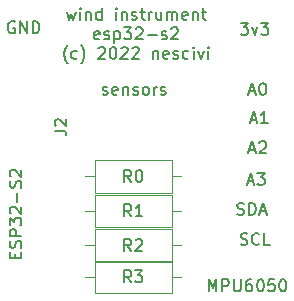
<source format=gbr>
%TF.GenerationSoftware,KiCad,Pcbnew,5.1.6-c6e7f7d~87~ubuntu18.04.1*%
%TF.CreationDate,2022-06-06T17:05:42+02:00*%
%TF.ProjectId,esp32-shield,65737033-322d-4736-9869-656c642e6b69,rev?*%
%TF.SameCoordinates,Original*%
%TF.FileFunction,Legend,Top*%
%TF.FilePolarity,Positive*%
%FSLAX46Y46*%
G04 Gerber Fmt 4.6, Leading zero omitted, Abs format (unit mm)*
G04 Created by KiCad (PCBNEW 5.1.6-c6e7f7d~87~ubuntu18.04.1) date 2022-06-06 17:05:42*
%MOMM*%
%LPD*%
G01*
G04 APERTURE LIST*
%ADD10C,0.150000*%
%ADD11C,0.120000*%
G04 APERTURE END LIST*
D10*
X68580095Y-41410000D02*
X68484857Y-41362380D01*
X68342000Y-41362380D01*
X68199142Y-41410000D01*
X68103904Y-41505238D01*
X68056285Y-41600476D01*
X68008666Y-41790952D01*
X68008666Y-41933809D01*
X68056285Y-42124285D01*
X68103904Y-42219523D01*
X68199142Y-42314761D01*
X68342000Y-42362380D01*
X68437238Y-42362380D01*
X68580095Y-42314761D01*
X68627714Y-42267142D01*
X68627714Y-41933809D01*
X68437238Y-41933809D01*
X69056285Y-42362380D02*
X69056285Y-41362380D01*
X69627714Y-42362380D01*
X69627714Y-41362380D01*
X70103904Y-42362380D02*
X70103904Y-41362380D01*
X70342000Y-41362380D01*
X70484857Y-41410000D01*
X70580095Y-41505238D01*
X70627714Y-41600476D01*
X70675333Y-41790952D01*
X70675333Y-41933809D01*
X70627714Y-42124285D01*
X70580095Y-42219523D01*
X70484857Y-42314761D01*
X70342000Y-42362380D01*
X70103904Y-42362380D01*
X87709523Y-41489380D02*
X88328571Y-41489380D01*
X87995238Y-41870333D01*
X88138095Y-41870333D01*
X88233333Y-41917952D01*
X88280952Y-41965571D01*
X88328571Y-42060809D01*
X88328571Y-42298904D01*
X88280952Y-42394142D01*
X88233333Y-42441761D01*
X88138095Y-42489380D01*
X87852380Y-42489380D01*
X87757142Y-42441761D01*
X87709523Y-42394142D01*
X88661904Y-41822714D02*
X88900000Y-42489380D01*
X89138095Y-41822714D01*
X89423809Y-41489380D02*
X90042857Y-41489380D01*
X89709523Y-41870333D01*
X89852380Y-41870333D01*
X89947619Y-41917952D01*
X89995238Y-41965571D01*
X90042857Y-42060809D01*
X90042857Y-42298904D01*
X89995238Y-42394142D01*
X89947619Y-42441761D01*
X89852380Y-42489380D01*
X89566666Y-42489380D01*
X89471428Y-42441761D01*
X89423809Y-42394142D01*
X88312714Y-54903666D02*
X88788904Y-54903666D01*
X88217476Y-55189380D02*
X88550809Y-54189380D01*
X88884142Y-55189380D01*
X89122238Y-54189380D02*
X89741285Y-54189380D01*
X89407952Y-54570333D01*
X89550809Y-54570333D01*
X89646047Y-54617952D01*
X89693666Y-54665571D01*
X89741285Y-54760809D01*
X89741285Y-54998904D01*
X89693666Y-55094142D01*
X89646047Y-55141761D01*
X89550809Y-55189380D01*
X89265095Y-55189380D01*
X89169857Y-55141761D01*
X89122238Y-55094142D01*
X88439714Y-52236666D02*
X88915904Y-52236666D01*
X88344476Y-52522380D02*
X88677809Y-51522380D01*
X89011142Y-52522380D01*
X89296857Y-51617619D02*
X89344476Y-51570000D01*
X89439714Y-51522380D01*
X89677809Y-51522380D01*
X89773047Y-51570000D01*
X89820666Y-51617619D01*
X89868285Y-51712857D01*
X89868285Y-51808095D01*
X89820666Y-51950952D01*
X89249238Y-52522380D01*
X89868285Y-52522380D01*
X88566714Y-49696666D02*
X89042904Y-49696666D01*
X88471476Y-49982380D02*
X88804809Y-48982380D01*
X89138142Y-49982380D01*
X89995285Y-49982380D02*
X89423857Y-49982380D01*
X89709571Y-49982380D02*
X89709571Y-48982380D01*
X89614333Y-49125238D01*
X89519095Y-49220476D01*
X89423857Y-49268095D01*
X88439714Y-47283666D02*
X88915904Y-47283666D01*
X88344476Y-47569380D02*
X88677809Y-46569380D01*
X89011142Y-47569380D01*
X89534952Y-46569380D02*
X89630190Y-46569380D01*
X89725428Y-46617000D01*
X89773047Y-46664619D01*
X89820666Y-46759857D01*
X89868285Y-46950333D01*
X89868285Y-47188428D01*
X89820666Y-47378904D01*
X89773047Y-47474142D01*
X89725428Y-47521761D01*
X89630190Y-47569380D01*
X89534952Y-47569380D01*
X89439714Y-47521761D01*
X89392095Y-47474142D01*
X89344476Y-47378904D01*
X89296857Y-47188428D01*
X89296857Y-46950333D01*
X89344476Y-46759857D01*
X89392095Y-46664619D01*
X89439714Y-46617000D01*
X89534952Y-46569380D01*
X87709523Y-60221761D02*
X87852380Y-60269380D01*
X88090476Y-60269380D01*
X88185714Y-60221761D01*
X88233333Y-60174142D01*
X88280952Y-60078904D01*
X88280952Y-59983666D01*
X88233333Y-59888428D01*
X88185714Y-59840809D01*
X88090476Y-59793190D01*
X87900000Y-59745571D01*
X87804761Y-59697952D01*
X87757142Y-59650333D01*
X87709523Y-59555095D01*
X87709523Y-59459857D01*
X87757142Y-59364619D01*
X87804761Y-59317000D01*
X87900000Y-59269380D01*
X88138095Y-59269380D01*
X88280952Y-59317000D01*
X89280952Y-60174142D02*
X89233333Y-60221761D01*
X89090476Y-60269380D01*
X88995238Y-60269380D01*
X88852380Y-60221761D01*
X88757142Y-60126523D01*
X88709523Y-60031285D01*
X88661904Y-59840809D01*
X88661904Y-59697952D01*
X88709523Y-59507476D01*
X88757142Y-59412238D01*
X88852380Y-59317000D01*
X88995238Y-59269380D01*
X89090476Y-59269380D01*
X89233333Y-59317000D01*
X89280952Y-59364619D01*
X90185714Y-60269380D02*
X89709523Y-60269380D01*
X89709523Y-59269380D01*
X87431714Y-57681761D02*
X87574571Y-57729380D01*
X87812666Y-57729380D01*
X87907904Y-57681761D01*
X87955523Y-57634142D01*
X88003142Y-57538904D01*
X88003142Y-57443666D01*
X87955523Y-57348428D01*
X87907904Y-57300809D01*
X87812666Y-57253190D01*
X87622190Y-57205571D01*
X87526952Y-57157952D01*
X87479333Y-57110333D01*
X87431714Y-57015095D01*
X87431714Y-56919857D01*
X87479333Y-56824619D01*
X87526952Y-56777000D01*
X87622190Y-56729380D01*
X87860285Y-56729380D01*
X88003142Y-56777000D01*
X88431714Y-57729380D02*
X88431714Y-56729380D01*
X88669809Y-56729380D01*
X88812666Y-56777000D01*
X88907904Y-56872238D01*
X88955523Y-56967476D01*
X89003142Y-57157952D01*
X89003142Y-57300809D01*
X88955523Y-57491285D01*
X88907904Y-57586523D01*
X88812666Y-57681761D01*
X88669809Y-57729380D01*
X88431714Y-57729380D01*
X89384095Y-57443666D02*
X89860285Y-57443666D01*
X89288857Y-57729380D02*
X89622190Y-56729380D01*
X89955523Y-57729380D01*
X72986047Y-40553714D02*
X73176523Y-41220380D01*
X73367000Y-40744190D01*
X73557476Y-41220380D01*
X73747952Y-40553714D01*
X74128904Y-41220380D02*
X74128904Y-40553714D01*
X74128904Y-40220380D02*
X74081285Y-40268000D01*
X74128904Y-40315619D01*
X74176523Y-40268000D01*
X74128904Y-40220380D01*
X74128904Y-40315619D01*
X74605095Y-40553714D02*
X74605095Y-41220380D01*
X74605095Y-40648952D02*
X74652714Y-40601333D01*
X74747952Y-40553714D01*
X74890809Y-40553714D01*
X74986047Y-40601333D01*
X75033666Y-40696571D01*
X75033666Y-41220380D01*
X75938428Y-41220380D02*
X75938428Y-40220380D01*
X75938428Y-41172761D02*
X75843190Y-41220380D01*
X75652714Y-41220380D01*
X75557476Y-41172761D01*
X75509857Y-41125142D01*
X75462238Y-41029904D01*
X75462238Y-40744190D01*
X75509857Y-40648952D01*
X75557476Y-40601333D01*
X75652714Y-40553714D01*
X75843190Y-40553714D01*
X75938428Y-40601333D01*
X77176523Y-41220380D02*
X77176523Y-40553714D01*
X77176523Y-40220380D02*
X77128904Y-40268000D01*
X77176523Y-40315619D01*
X77224142Y-40268000D01*
X77176523Y-40220380D01*
X77176523Y-40315619D01*
X77652714Y-40553714D02*
X77652714Y-41220380D01*
X77652714Y-40648952D02*
X77700333Y-40601333D01*
X77795571Y-40553714D01*
X77938428Y-40553714D01*
X78033666Y-40601333D01*
X78081285Y-40696571D01*
X78081285Y-41220380D01*
X78509857Y-41172761D02*
X78605095Y-41220380D01*
X78795571Y-41220380D01*
X78890809Y-41172761D01*
X78938428Y-41077523D01*
X78938428Y-41029904D01*
X78890809Y-40934666D01*
X78795571Y-40887047D01*
X78652714Y-40887047D01*
X78557476Y-40839428D01*
X78509857Y-40744190D01*
X78509857Y-40696571D01*
X78557476Y-40601333D01*
X78652714Y-40553714D01*
X78795571Y-40553714D01*
X78890809Y-40601333D01*
X79224142Y-40553714D02*
X79605095Y-40553714D01*
X79367000Y-40220380D02*
X79367000Y-41077523D01*
X79414619Y-41172761D01*
X79509857Y-41220380D01*
X79605095Y-41220380D01*
X79938428Y-41220380D02*
X79938428Y-40553714D01*
X79938428Y-40744190D02*
X79986047Y-40648952D01*
X80033666Y-40601333D01*
X80128904Y-40553714D01*
X80224142Y-40553714D01*
X80986047Y-40553714D02*
X80986047Y-41220380D01*
X80557476Y-40553714D02*
X80557476Y-41077523D01*
X80605095Y-41172761D01*
X80700333Y-41220380D01*
X80843190Y-41220380D01*
X80938428Y-41172761D01*
X80986047Y-41125142D01*
X81462238Y-41220380D02*
X81462238Y-40553714D01*
X81462238Y-40648952D02*
X81509857Y-40601333D01*
X81605095Y-40553714D01*
X81747952Y-40553714D01*
X81843190Y-40601333D01*
X81890809Y-40696571D01*
X81890809Y-41220380D01*
X81890809Y-40696571D02*
X81938428Y-40601333D01*
X82033666Y-40553714D01*
X82176523Y-40553714D01*
X82271761Y-40601333D01*
X82319380Y-40696571D01*
X82319380Y-41220380D01*
X83176523Y-41172761D02*
X83081285Y-41220380D01*
X82890809Y-41220380D01*
X82795571Y-41172761D01*
X82747952Y-41077523D01*
X82747952Y-40696571D01*
X82795571Y-40601333D01*
X82890809Y-40553714D01*
X83081285Y-40553714D01*
X83176523Y-40601333D01*
X83224142Y-40696571D01*
X83224142Y-40791809D01*
X82747952Y-40887047D01*
X83652714Y-40553714D02*
X83652714Y-41220380D01*
X83652714Y-40648952D02*
X83700333Y-40601333D01*
X83795571Y-40553714D01*
X83938428Y-40553714D01*
X84033666Y-40601333D01*
X84081285Y-40696571D01*
X84081285Y-41220380D01*
X84414619Y-40553714D02*
X84795571Y-40553714D01*
X84557476Y-40220380D02*
X84557476Y-41077523D01*
X84605095Y-41172761D01*
X84700333Y-41220380D01*
X84795571Y-41220380D01*
X75747952Y-42822761D02*
X75652714Y-42870380D01*
X75462238Y-42870380D01*
X75367000Y-42822761D01*
X75319380Y-42727523D01*
X75319380Y-42346571D01*
X75367000Y-42251333D01*
X75462238Y-42203714D01*
X75652714Y-42203714D01*
X75747952Y-42251333D01*
X75795571Y-42346571D01*
X75795571Y-42441809D01*
X75319380Y-42537047D01*
X76176523Y-42822761D02*
X76271761Y-42870380D01*
X76462238Y-42870380D01*
X76557476Y-42822761D01*
X76605095Y-42727523D01*
X76605095Y-42679904D01*
X76557476Y-42584666D01*
X76462238Y-42537047D01*
X76319380Y-42537047D01*
X76224142Y-42489428D01*
X76176523Y-42394190D01*
X76176523Y-42346571D01*
X76224142Y-42251333D01*
X76319380Y-42203714D01*
X76462238Y-42203714D01*
X76557476Y-42251333D01*
X77033666Y-42203714D02*
X77033666Y-43203714D01*
X77033666Y-42251333D02*
X77128904Y-42203714D01*
X77319380Y-42203714D01*
X77414619Y-42251333D01*
X77462238Y-42298952D01*
X77509857Y-42394190D01*
X77509857Y-42679904D01*
X77462238Y-42775142D01*
X77414619Y-42822761D01*
X77319380Y-42870380D01*
X77128904Y-42870380D01*
X77033666Y-42822761D01*
X77843190Y-41870380D02*
X78462238Y-41870380D01*
X78128904Y-42251333D01*
X78271761Y-42251333D01*
X78367000Y-42298952D01*
X78414619Y-42346571D01*
X78462238Y-42441809D01*
X78462238Y-42679904D01*
X78414619Y-42775142D01*
X78367000Y-42822761D01*
X78271761Y-42870380D01*
X77986047Y-42870380D01*
X77890809Y-42822761D01*
X77843190Y-42775142D01*
X78843190Y-41965619D02*
X78890809Y-41918000D01*
X78986047Y-41870380D01*
X79224142Y-41870380D01*
X79319380Y-41918000D01*
X79367000Y-41965619D01*
X79414619Y-42060857D01*
X79414619Y-42156095D01*
X79367000Y-42298952D01*
X78795571Y-42870380D01*
X79414619Y-42870380D01*
X79843190Y-42489428D02*
X80605095Y-42489428D01*
X81033666Y-42822761D02*
X81128904Y-42870380D01*
X81319380Y-42870380D01*
X81414619Y-42822761D01*
X81462238Y-42727523D01*
X81462238Y-42679904D01*
X81414619Y-42584666D01*
X81319380Y-42537047D01*
X81176523Y-42537047D01*
X81081285Y-42489428D01*
X81033666Y-42394190D01*
X81033666Y-42346571D01*
X81081285Y-42251333D01*
X81176523Y-42203714D01*
X81319380Y-42203714D01*
X81414619Y-42251333D01*
X81843190Y-41965619D02*
X81890809Y-41918000D01*
X81986047Y-41870380D01*
X82224142Y-41870380D01*
X82319380Y-41918000D01*
X82367000Y-41965619D01*
X82414619Y-42060857D01*
X82414619Y-42156095D01*
X82367000Y-42298952D01*
X81795571Y-42870380D01*
X82414619Y-42870380D01*
X73057476Y-44901333D02*
X73009857Y-44853714D01*
X72914619Y-44710857D01*
X72867000Y-44615619D01*
X72819380Y-44472761D01*
X72771761Y-44234666D01*
X72771761Y-44044190D01*
X72819380Y-43806095D01*
X72867000Y-43663238D01*
X72914619Y-43568000D01*
X73009857Y-43425142D01*
X73057476Y-43377523D01*
X73867000Y-44472761D02*
X73771761Y-44520380D01*
X73581285Y-44520380D01*
X73486047Y-44472761D01*
X73438428Y-44425142D01*
X73390809Y-44329904D01*
X73390809Y-44044190D01*
X73438428Y-43948952D01*
X73486047Y-43901333D01*
X73581285Y-43853714D01*
X73771761Y-43853714D01*
X73867000Y-43901333D01*
X74200333Y-44901333D02*
X74247952Y-44853714D01*
X74343190Y-44710857D01*
X74390809Y-44615619D01*
X74438428Y-44472761D01*
X74486047Y-44234666D01*
X74486047Y-44044190D01*
X74438428Y-43806095D01*
X74390809Y-43663238D01*
X74343190Y-43568000D01*
X74247952Y-43425142D01*
X74200333Y-43377523D01*
X75676523Y-43615619D02*
X75724142Y-43568000D01*
X75819380Y-43520380D01*
X76057476Y-43520380D01*
X76152714Y-43568000D01*
X76200333Y-43615619D01*
X76247952Y-43710857D01*
X76247952Y-43806095D01*
X76200333Y-43948952D01*
X75628904Y-44520380D01*
X76247952Y-44520380D01*
X76867000Y-43520380D02*
X76962238Y-43520380D01*
X77057476Y-43568000D01*
X77105095Y-43615619D01*
X77152714Y-43710857D01*
X77200333Y-43901333D01*
X77200333Y-44139428D01*
X77152714Y-44329904D01*
X77105095Y-44425142D01*
X77057476Y-44472761D01*
X76962238Y-44520380D01*
X76867000Y-44520380D01*
X76771761Y-44472761D01*
X76724142Y-44425142D01*
X76676523Y-44329904D01*
X76628904Y-44139428D01*
X76628904Y-43901333D01*
X76676523Y-43710857D01*
X76724142Y-43615619D01*
X76771761Y-43568000D01*
X76867000Y-43520380D01*
X77581285Y-43615619D02*
X77628904Y-43568000D01*
X77724142Y-43520380D01*
X77962238Y-43520380D01*
X78057476Y-43568000D01*
X78105095Y-43615619D01*
X78152714Y-43710857D01*
X78152714Y-43806095D01*
X78105095Y-43948952D01*
X77533666Y-44520380D01*
X78152714Y-44520380D01*
X78533666Y-43615619D02*
X78581285Y-43568000D01*
X78676523Y-43520380D01*
X78914619Y-43520380D01*
X79009857Y-43568000D01*
X79057476Y-43615619D01*
X79105095Y-43710857D01*
X79105095Y-43806095D01*
X79057476Y-43948952D01*
X78486047Y-44520380D01*
X79105095Y-44520380D01*
X80295571Y-43853714D02*
X80295571Y-44520380D01*
X80295571Y-43948952D02*
X80343190Y-43901333D01*
X80438428Y-43853714D01*
X80581285Y-43853714D01*
X80676523Y-43901333D01*
X80724142Y-43996571D01*
X80724142Y-44520380D01*
X81581285Y-44472761D02*
X81486047Y-44520380D01*
X81295571Y-44520380D01*
X81200333Y-44472761D01*
X81152714Y-44377523D01*
X81152714Y-43996571D01*
X81200333Y-43901333D01*
X81295571Y-43853714D01*
X81486047Y-43853714D01*
X81581285Y-43901333D01*
X81628904Y-43996571D01*
X81628904Y-44091809D01*
X81152714Y-44187047D01*
X82009857Y-44472761D02*
X82105095Y-44520380D01*
X82295571Y-44520380D01*
X82390809Y-44472761D01*
X82438428Y-44377523D01*
X82438428Y-44329904D01*
X82390809Y-44234666D01*
X82295571Y-44187047D01*
X82152714Y-44187047D01*
X82057476Y-44139428D01*
X82009857Y-44044190D01*
X82009857Y-43996571D01*
X82057476Y-43901333D01*
X82152714Y-43853714D01*
X82295571Y-43853714D01*
X82390809Y-43901333D01*
X83295571Y-44472761D02*
X83200333Y-44520380D01*
X83009857Y-44520380D01*
X82914619Y-44472761D01*
X82867000Y-44425142D01*
X82819380Y-44329904D01*
X82819380Y-44044190D01*
X82867000Y-43948952D01*
X82914619Y-43901333D01*
X83009857Y-43853714D01*
X83200333Y-43853714D01*
X83295571Y-43901333D01*
X83724142Y-44520380D02*
X83724142Y-43853714D01*
X83724142Y-43520380D02*
X83676523Y-43568000D01*
X83724142Y-43615619D01*
X83771761Y-43568000D01*
X83724142Y-43520380D01*
X83724142Y-43615619D01*
X84105095Y-43853714D02*
X84343190Y-44520380D01*
X84581285Y-43853714D01*
X84962238Y-44520380D02*
X84962238Y-43853714D01*
X84962238Y-43520380D02*
X84914619Y-43568000D01*
X84962238Y-43615619D01*
X85009857Y-43568000D01*
X84962238Y-43520380D01*
X84962238Y-43615619D01*
D11*
%TO.C,R0*%
X82653000Y-54483000D02*
X81883000Y-54483000D01*
X74573000Y-54483000D02*
X75343000Y-54483000D01*
X81883000Y-53113000D02*
X75343000Y-53113000D01*
X81883000Y-55853000D02*
X81883000Y-53113000D01*
X75343000Y-55853000D02*
X81883000Y-55853000D01*
X75343000Y-53113000D02*
X75343000Y-55853000D01*
%TO.C,R1*%
X75343000Y-56034000D02*
X75343000Y-58774000D01*
X75343000Y-58774000D02*
X81883000Y-58774000D01*
X81883000Y-58774000D02*
X81883000Y-56034000D01*
X81883000Y-56034000D02*
X75343000Y-56034000D01*
X74573000Y-57404000D02*
X75343000Y-57404000D01*
X82653000Y-57404000D02*
X81883000Y-57404000D01*
%TO.C,R2*%
X82653000Y-60325000D02*
X81883000Y-60325000D01*
X74573000Y-60325000D02*
X75343000Y-60325000D01*
X81883000Y-58955000D02*
X75343000Y-58955000D01*
X81883000Y-61695000D02*
X81883000Y-58955000D01*
X75343000Y-61695000D02*
X81883000Y-61695000D01*
X75343000Y-58955000D02*
X75343000Y-61695000D01*
%TO.C,R3*%
X75343000Y-61622000D02*
X75343000Y-64362000D01*
X75343000Y-64362000D02*
X81883000Y-64362000D01*
X81883000Y-64362000D02*
X81883000Y-61622000D01*
X81883000Y-61622000D02*
X75343000Y-61622000D01*
X74573000Y-62992000D02*
X75343000Y-62992000D01*
X82653000Y-62992000D02*
X81883000Y-62992000D01*
%TO.C,J3*%
D10*
X85003095Y-64206380D02*
X85003095Y-63206380D01*
X85336428Y-63920666D01*
X85669761Y-63206380D01*
X85669761Y-64206380D01*
X86145952Y-64206380D02*
X86145952Y-63206380D01*
X86526904Y-63206380D01*
X86622142Y-63254000D01*
X86669761Y-63301619D01*
X86717380Y-63396857D01*
X86717380Y-63539714D01*
X86669761Y-63634952D01*
X86622142Y-63682571D01*
X86526904Y-63730190D01*
X86145952Y-63730190D01*
X87145952Y-63206380D02*
X87145952Y-64015904D01*
X87193571Y-64111142D01*
X87241190Y-64158761D01*
X87336428Y-64206380D01*
X87526904Y-64206380D01*
X87622142Y-64158761D01*
X87669761Y-64111142D01*
X87717380Y-64015904D01*
X87717380Y-63206380D01*
X88622142Y-63206380D02*
X88431666Y-63206380D01*
X88336428Y-63254000D01*
X88288809Y-63301619D01*
X88193571Y-63444476D01*
X88145952Y-63634952D01*
X88145952Y-64015904D01*
X88193571Y-64111142D01*
X88241190Y-64158761D01*
X88336428Y-64206380D01*
X88526904Y-64206380D01*
X88622142Y-64158761D01*
X88669761Y-64111142D01*
X88717380Y-64015904D01*
X88717380Y-63777809D01*
X88669761Y-63682571D01*
X88622142Y-63634952D01*
X88526904Y-63587333D01*
X88336428Y-63587333D01*
X88241190Y-63634952D01*
X88193571Y-63682571D01*
X88145952Y-63777809D01*
X89336428Y-63206380D02*
X89431666Y-63206380D01*
X89526904Y-63254000D01*
X89574523Y-63301619D01*
X89622142Y-63396857D01*
X89669761Y-63587333D01*
X89669761Y-63825428D01*
X89622142Y-64015904D01*
X89574523Y-64111142D01*
X89526904Y-64158761D01*
X89431666Y-64206380D01*
X89336428Y-64206380D01*
X89241190Y-64158761D01*
X89193571Y-64111142D01*
X89145952Y-64015904D01*
X89098333Y-63825428D01*
X89098333Y-63587333D01*
X89145952Y-63396857D01*
X89193571Y-63301619D01*
X89241190Y-63254000D01*
X89336428Y-63206380D01*
X90574523Y-63206380D02*
X90098333Y-63206380D01*
X90050714Y-63682571D01*
X90098333Y-63634952D01*
X90193571Y-63587333D01*
X90431666Y-63587333D01*
X90526904Y-63634952D01*
X90574523Y-63682571D01*
X90622142Y-63777809D01*
X90622142Y-64015904D01*
X90574523Y-64111142D01*
X90526904Y-64158761D01*
X90431666Y-64206380D01*
X90193571Y-64206380D01*
X90098333Y-64158761D01*
X90050714Y-64111142D01*
X91241190Y-63206380D02*
X91336428Y-63206380D01*
X91431666Y-63254000D01*
X91479285Y-63301619D01*
X91526904Y-63396857D01*
X91574523Y-63587333D01*
X91574523Y-63825428D01*
X91526904Y-64015904D01*
X91479285Y-64111142D01*
X91431666Y-64158761D01*
X91336428Y-64206380D01*
X91241190Y-64206380D01*
X91145952Y-64158761D01*
X91098333Y-64111142D01*
X91050714Y-64015904D01*
X91003095Y-63825428D01*
X91003095Y-63587333D01*
X91050714Y-63396857D01*
X91098333Y-63301619D01*
X91145952Y-63254000D01*
X91241190Y-63206380D01*
%TO.C,J2*%
X71969380Y-50625333D02*
X72683666Y-50625333D01*
X72826523Y-50672952D01*
X72921761Y-50768190D01*
X72969380Y-50911047D01*
X72969380Y-51006285D01*
X72064619Y-50196761D02*
X72017000Y-50149142D01*
X71969380Y-50053904D01*
X71969380Y-49815809D01*
X72017000Y-49720571D01*
X72064619Y-49672952D01*
X72159857Y-49625333D01*
X72255095Y-49625333D01*
X72397952Y-49672952D01*
X72969380Y-50244380D01*
X72969380Y-49625333D01*
X76047933Y-47521761D02*
X76143171Y-47569380D01*
X76333647Y-47569380D01*
X76428885Y-47521761D01*
X76476504Y-47426523D01*
X76476504Y-47378904D01*
X76428885Y-47283666D01*
X76333647Y-47236047D01*
X76190790Y-47236047D01*
X76095552Y-47188428D01*
X76047933Y-47093190D01*
X76047933Y-47045571D01*
X76095552Y-46950333D01*
X76190790Y-46902714D01*
X76333647Y-46902714D01*
X76428885Y-46950333D01*
X77286028Y-47521761D02*
X77190790Y-47569380D01*
X77000314Y-47569380D01*
X76905076Y-47521761D01*
X76857457Y-47426523D01*
X76857457Y-47045571D01*
X76905076Y-46950333D01*
X77000314Y-46902714D01*
X77190790Y-46902714D01*
X77286028Y-46950333D01*
X77333647Y-47045571D01*
X77333647Y-47140809D01*
X76857457Y-47236047D01*
X77762219Y-46902714D02*
X77762219Y-47569380D01*
X77762219Y-46997952D02*
X77809838Y-46950333D01*
X77905076Y-46902714D01*
X78047933Y-46902714D01*
X78143171Y-46950333D01*
X78190790Y-47045571D01*
X78190790Y-47569380D01*
X78619361Y-47521761D02*
X78714600Y-47569380D01*
X78905076Y-47569380D01*
X79000314Y-47521761D01*
X79047933Y-47426523D01*
X79047933Y-47378904D01*
X79000314Y-47283666D01*
X78905076Y-47236047D01*
X78762219Y-47236047D01*
X78666980Y-47188428D01*
X78619361Y-47093190D01*
X78619361Y-47045571D01*
X78666980Y-46950333D01*
X78762219Y-46902714D01*
X78905076Y-46902714D01*
X79000314Y-46950333D01*
X79619361Y-47569380D02*
X79524123Y-47521761D01*
X79476504Y-47474142D01*
X79428885Y-47378904D01*
X79428885Y-47093190D01*
X79476504Y-46997952D01*
X79524123Y-46950333D01*
X79619361Y-46902714D01*
X79762219Y-46902714D01*
X79857457Y-46950333D01*
X79905076Y-46997952D01*
X79952695Y-47093190D01*
X79952695Y-47378904D01*
X79905076Y-47474142D01*
X79857457Y-47521761D01*
X79762219Y-47569380D01*
X79619361Y-47569380D01*
X80381266Y-47569380D02*
X80381266Y-46902714D01*
X80381266Y-47093190D02*
X80428885Y-46997952D01*
X80476504Y-46950333D01*
X80571742Y-46902714D01*
X80666980Y-46902714D01*
X80952695Y-47521761D02*
X81047933Y-47569380D01*
X81238409Y-47569380D01*
X81333647Y-47521761D01*
X81381266Y-47426523D01*
X81381266Y-47378904D01*
X81333647Y-47283666D01*
X81238409Y-47236047D01*
X81095552Y-47236047D01*
X81000314Y-47188428D01*
X80952695Y-47093190D01*
X80952695Y-47045571D01*
X81000314Y-46950333D01*
X81095552Y-46902714D01*
X81238409Y-46902714D01*
X81333647Y-46950333D01*
%TO.C,J5*%
X68635571Y-61372285D02*
X68635571Y-61038952D01*
X69159380Y-60896095D02*
X69159380Y-61372285D01*
X68159380Y-61372285D01*
X68159380Y-60896095D01*
X69111761Y-60515142D02*
X69159380Y-60372285D01*
X69159380Y-60134190D01*
X69111761Y-60038952D01*
X69064142Y-59991333D01*
X68968904Y-59943714D01*
X68873666Y-59943714D01*
X68778428Y-59991333D01*
X68730809Y-60038952D01*
X68683190Y-60134190D01*
X68635571Y-60324666D01*
X68587952Y-60419904D01*
X68540333Y-60467523D01*
X68445095Y-60515142D01*
X68349857Y-60515142D01*
X68254619Y-60467523D01*
X68207000Y-60419904D01*
X68159380Y-60324666D01*
X68159380Y-60086571D01*
X68207000Y-59943714D01*
X69159380Y-59515142D02*
X68159380Y-59515142D01*
X68159380Y-59134190D01*
X68207000Y-59038952D01*
X68254619Y-58991333D01*
X68349857Y-58943714D01*
X68492714Y-58943714D01*
X68587952Y-58991333D01*
X68635571Y-59038952D01*
X68683190Y-59134190D01*
X68683190Y-59515142D01*
X68159380Y-58610380D02*
X68159380Y-57991333D01*
X68540333Y-58324666D01*
X68540333Y-58181809D01*
X68587952Y-58086571D01*
X68635571Y-58038952D01*
X68730809Y-57991333D01*
X68968904Y-57991333D01*
X69064142Y-58038952D01*
X69111761Y-58086571D01*
X69159380Y-58181809D01*
X69159380Y-58467523D01*
X69111761Y-58562761D01*
X69064142Y-58610380D01*
X68254619Y-57610380D02*
X68207000Y-57562761D01*
X68159380Y-57467523D01*
X68159380Y-57229428D01*
X68207000Y-57134190D01*
X68254619Y-57086571D01*
X68349857Y-57038952D01*
X68445095Y-57038952D01*
X68587952Y-57086571D01*
X69159380Y-57658000D01*
X69159380Y-57038952D01*
X68778428Y-56610380D02*
X68778428Y-55848476D01*
X69111761Y-55419904D02*
X69159380Y-55277047D01*
X69159380Y-55038952D01*
X69111761Y-54943714D01*
X69064142Y-54896095D01*
X68968904Y-54848476D01*
X68873666Y-54848476D01*
X68778428Y-54896095D01*
X68730809Y-54943714D01*
X68683190Y-55038952D01*
X68635571Y-55229428D01*
X68587952Y-55324666D01*
X68540333Y-55372285D01*
X68445095Y-55419904D01*
X68349857Y-55419904D01*
X68254619Y-55372285D01*
X68207000Y-55324666D01*
X68159380Y-55229428D01*
X68159380Y-54991333D01*
X68207000Y-54848476D01*
X68254619Y-54467523D02*
X68207000Y-54419904D01*
X68159380Y-54324666D01*
X68159380Y-54086571D01*
X68207000Y-53991333D01*
X68254619Y-53943714D01*
X68349857Y-53896095D01*
X68445095Y-53896095D01*
X68587952Y-53943714D01*
X69159380Y-54515142D01*
X69159380Y-53896095D01*
%TO.C,R0*%
X78446333Y-54935380D02*
X78113000Y-54459190D01*
X77874904Y-54935380D02*
X77874904Y-53935380D01*
X78255857Y-53935380D01*
X78351095Y-53983000D01*
X78398714Y-54030619D01*
X78446333Y-54125857D01*
X78446333Y-54268714D01*
X78398714Y-54363952D01*
X78351095Y-54411571D01*
X78255857Y-54459190D01*
X77874904Y-54459190D01*
X79065380Y-53935380D02*
X79160619Y-53935380D01*
X79255857Y-53983000D01*
X79303476Y-54030619D01*
X79351095Y-54125857D01*
X79398714Y-54316333D01*
X79398714Y-54554428D01*
X79351095Y-54744904D01*
X79303476Y-54840142D01*
X79255857Y-54887761D01*
X79160619Y-54935380D01*
X79065380Y-54935380D01*
X78970142Y-54887761D01*
X78922523Y-54840142D01*
X78874904Y-54744904D01*
X78827285Y-54554428D01*
X78827285Y-54316333D01*
X78874904Y-54125857D01*
X78922523Y-54030619D01*
X78970142Y-53983000D01*
X79065380Y-53935380D01*
%TO.C,R1*%
X78446333Y-57856380D02*
X78113000Y-57380190D01*
X77874904Y-57856380D02*
X77874904Y-56856380D01*
X78255857Y-56856380D01*
X78351095Y-56904000D01*
X78398714Y-56951619D01*
X78446333Y-57046857D01*
X78446333Y-57189714D01*
X78398714Y-57284952D01*
X78351095Y-57332571D01*
X78255857Y-57380190D01*
X77874904Y-57380190D01*
X79398714Y-57856380D02*
X78827285Y-57856380D01*
X79113000Y-57856380D02*
X79113000Y-56856380D01*
X79017761Y-56999238D01*
X78922523Y-57094476D01*
X78827285Y-57142095D01*
%TO.C,R2*%
X78446333Y-60777380D02*
X78113000Y-60301190D01*
X77874904Y-60777380D02*
X77874904Y-59777380D01*
X78255857Y-59777380D01*
X78351095Y-59825000D01*
X78398714Y-59872619D01*
X78446333Y-59967857D01*
X78446333Y-60110714D01*
X78398714Y-60205952D01*
X78351095Y-60253571D01*
X78255857Y-60301190D01*
X77874904Y-60301190D01*
X78827285Y-59872619D02*
X78874904Y-59825000D01*
X78970142Y-59777380D01*
X79208238Y-59777380D01*
X79303476Y-59825000D01*
X79351095Y-59872619D01*
X79398714Y-59967857D01*
X79398714Y-60063095D01*
X79351095Y-60205952D01*
X78779666Y-60777380D01*
X79398714Y-60777380D01*
%TO.C,R3*%
X78446333Y-63444380D02*
X78113000Y-62968190D01*
X77874904Y-63444380D02*
X77874904Y-62444380D01*
X78255857Y-62444380D01*
X78351095Y-62492000D01*
X78398714Y-62539619D01*
X78446333Y-62634857D01*
X78446333Y-62777714D01*
X78398714Y-62872952D01*
X78351095Y-62920571D01*
X78255857Y-62968190D01*
X77874904Y-62968190D01*
X78779666Y-62444380D02*
X79398714Y-62444380D01*
X79065380Y-62825333D01*
X79208238Y-62825333D01*
X79303476Y-62872952D01*
X79351095Y-62920571D01*
X79398714Y-63015809D01*
X79398714Y-63253904D01*
X79351095Y-63349142D01*
X79303476Y-63396761D01*
X79208238Y-63444380D01*
X78922523Y-63444380D01*
X78827285Y-63396761D01*
X78779666Y-63349142D01*
%TD*%
M02*

</source>
